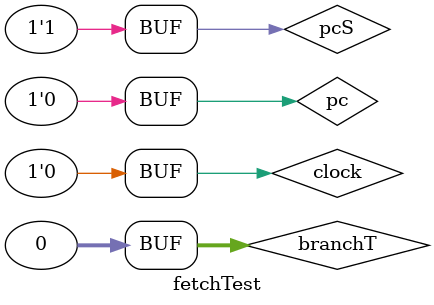
<source format=v>
`timescale 1ns / 1ps


module fetchTest;

	// Inputs
	reg clock;
	reg [31:0] branchT;
	reg pcS;
	reg pc;

	// Outputs
	wire [31:0] instruction;
	wire hit;

	// Instantiate the Unit Under Test (UUT)
	
	fetch uut (
		.clock(clock), 
		.branchT(branchT), 
		.pcS(pcS), 
		.pc(pc), 
		.instruction(instruction), 
		.hit(hit)
	);

	initial begin
		// Initialize Inputs
		clock = 0;
		branchT = 0;
		pcS = 1;
		pc = 0;
		#20 clock=1;
		
		#20 clock=0;
		
		#20 clock=1;
		
		#20 clock=0;
		
		#20 clock=1;
		
		#20 clock=0;

		// Wait 100 ns for global reset to finish
		#100;
        
		// Add stimulus here

	end
      
endmodule


</source>
